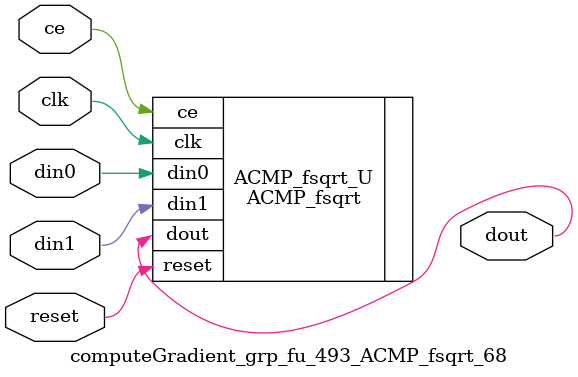
<source format=v>

`timescale 1 ns / 1 ps
module computeGradient_grp_fu_493_ACMP_fsqrt_68(
    clk,
    reset,
    ce,
    din0,
    din1,
    dout);

parameter ID = 32'd1;
parameter NUM_STAGE = 32'd1;
parameter din0_WIDTH = 32'd1;
parameter din1_WIDTH = 32'd1;
parameter dout_WIDTH = 32'd1;
input clk;
input reset;
input ce;
input[din0_WIDTH - 1:0] din0;
input[din1_WIDTH - 1:0] din1;
output[dout_WIDTH - 1:0] dout;



ACMP_fsqrt #(
.ID( ID ),
.NUM_STAGE( 8 ),
.din0_WIDTH( din0_WIDTH ),
.din1_WIDTH( din1_WIDTH ),
.dout_WIDTH( dout_WIDTH ))
ACMP_fsqrt_U(
    .clk( clk ),
    .reset( reset ),
    .ce( ce ),
    .din0( din0 ),
    .din1( din1 ),
    .dout( dout ));

endmodule

</source>
